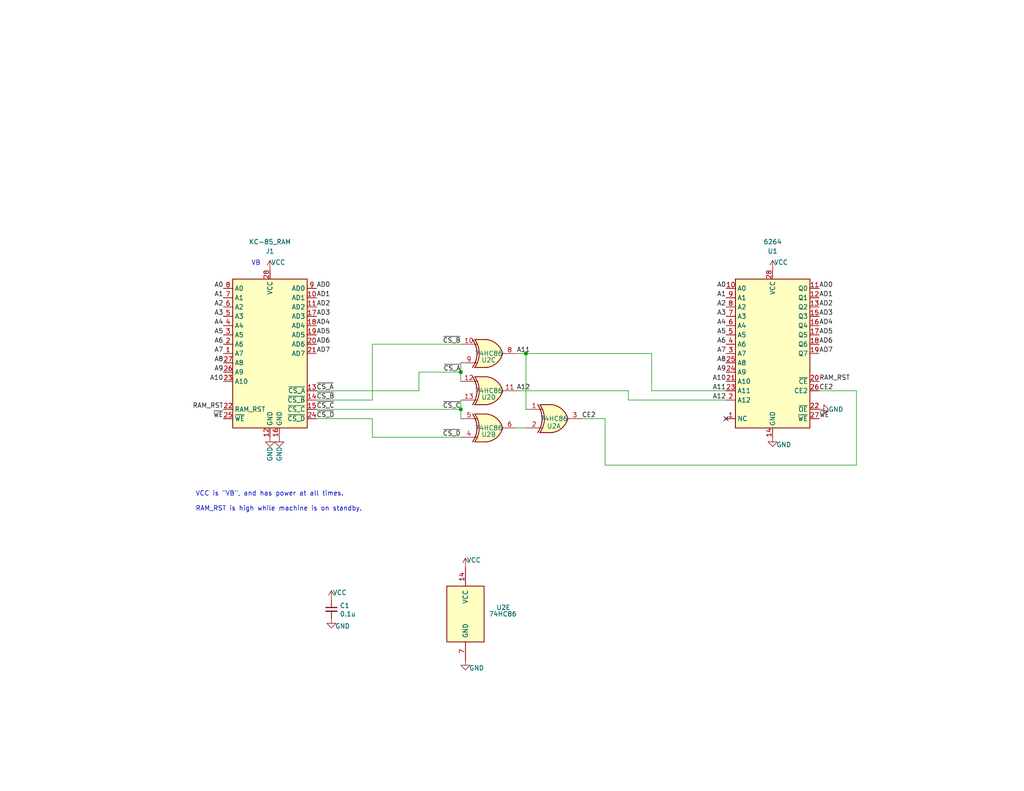
<source format=kicad_sch>
(kicad_sch (version 20211123) (generator eeschema)
  (paper "USLetter")
  (title_block (title "Model T RAM Module") (date "2021-08-19") (rev "006") (company "b.kenyon.w@gmail.com"))
  (lib_symbols
    (symbol "000_LOCAL:6264"
      (property "Reference" "U" (at -10.16 20.955 0))
      (property "Value" "6264" (at 2.54 20.955 0))
      (symbol "6264_0_0"
        (pin power_in line (at 0 -22.86 90) (length 2.54) (name "GND") (number "14"))
        (pin power_in line (at 0 22.86 270) (length 2.54) (name "VCC") (number "28"))
      )
      (symbol "6264_0_1"
        (rectangle (start -10.16 20.32) (end 10.16 -20.32) (stroke (width 0.254)) (fill (type background)))
      )
      (symbol "6264_1_1"
        (pin no_connect line (at -12.7 -17.78 0) (length 2.54) (name "NC") (number "1"))
        (pin input line (at -12.7 17.78 0) (length 2.54) (name "A0") (number "10"))
        (pin tri_state line (at 12.7 17.78 180) (length 2.54) (name "Q0") (number "11"))
        (pin tri_state line (at 12.7 15.24 180) (length 2.54) (name "Q1") (number "12"))
        (pin tri_state line (at 12.7 12.7 180) (length 2.54) (name "Q2") (number "13"))
        (pin tri_state line (at 12.7 10.16 180) (length 2.54) (name "Q3") (number "15"))
        (pin tri_state line (at 12.7 7.62 180) (length 2.54) (name "Q4") (number "16"))
        (pin tri_state line (at 12.7 5.08 180) (length 2.54) (name "Q5") (number "17"))
        (pin tri_state line (at 12.7 2.54 180) (length 2.54) (name "Q6") (number "18"))
        (pin tri_state line (at 12.7 0 180) (length 2.54) (name "Q7") (number "19"))
        (pin input line (at -12.7 -12.7 0) (length 2.54) (name "A12") (number "2"))
        (pin input line (at 12.7 -7.62 180) (length 2.54) (name "~{CE}") (number "20"))
        (pin input line (at -12.7 -7.62 0) (length 2.54) (name "A10") (number "21"))
        (pin input line (at 12.7 -15.24 180) (length 2.54) (name "~{OE}") (number "22"))
        (pin input line (at -12.7 -10.16 0) (length 2.54) (name "A11") (number "23"))
        (pin input line (at -12.7 -5.08 0) (length 2.54) (name "A9") (number "24"))
        (pin input line (at -12.7 -2.54 0) (length 2.54) (name "A8") (number "25"))
        (pin input line (at 12.7 -10.16 180) (length 2.54) (name "CE2") (number "26"))
        (pin input line (at 12.7 -17.78 180) (length 2.54) (name "~{WE}") (number "27"))
        (pin input line (at -12.7 0 0) (length 2.54) (name "A7") (number "3"))
        (pin input line (at -12.7 2.54 0) (length 2.54) (name "A6") (number "4"))
        (pin input line (at -12.7 5.08 0) (length 2.54) (name "A5") (number "5"))
        (pin input line (at -12.7 7.62 0) (length 2.54) (name "A4") (number "6"))
        (pin input line (at -12.7 10.16 0) (length 2.54) (name "A3") (number "7"))
        (pin input line (at -12.7 12.7 0) (length 2.54) (name "A2") (number "8"))
        (pin input line (at -12.7 15.24 0) (length 2.54) (name "A1") (number "9"))
      )
    )
    (symbol "000_LOCAL:74HC86" (pin_names (offset 1.016))
      (property "Reference" "U" (at 0 1.27 0))
      (property "Value" "74HC86" (at 0 -1.27 0))
      (symbol "74HC86_1_0"
        (arc (start -4.4196 -3.81) (mid -3.2033 0) (end -4.4196 3.81) (stroke (width 0.254)))
        (arc (start -3.81 -3.81) (mid -2.589 0) (end -3.81 3.81) (stroke (width 0.254)))
        (arc (start -0.6096 -3.81) (mid 2.1842 -2.5851) (end 3.81 0) (stroke (width 0.254)) (fill (type background)))
        (polyline (pts (xy -3.81 -3.81) (xy -0.635 -3.81)) (stroke (width 0.254)) (fill (type background)))
        (polyline (pts (xy -3.81 3.81) (xy -0.635 3.81)) (stroke (width 0.254)) (fill (type background)))
        (polyline (pts (xy -0.635 3.81) (xy -3.81 3.81) (xy -3.81 3.81) (xy -3.556 3.4036) (xy -3.0226 2.2606) (xy -2.6924 1.0414) (xy -2.6162 -0.254) (xy -2.7686 -1.4986) (xy -3.175 -2.7178) (xy -3.81 -3.81) (xy -3.81 -3.81) (xy -0.635 -3.81)) (stroke (width -25.4)) (fill (type background)))
        (arc (start 3.81 0) (mid 2.1915 2.5936) (end -0.6096 3.81) (stroke (width 0.254)) (fill (type background)))
        (pin input line (at -7.62 2.54 0) (length 4.445) (name "~") (number "1"))
        (pin input line (at -7.62 -2.54 0) (length 4.445) (name "~") (number "2"))
        (pin output line (at 7.62 0 180) (length 3.81) (name "~") (number "3"))
      )
      (symbol "74HC86_1_1"
        (polyline (pts (xy -3.81 -2.54) (xy -3.175 -2.54)) (stroke (width 0.1524)))
        (polyline (pts (xy -3.81 2.54) (xy -3.175 2.54)) (stroke (width 0.1524)))
      )
      (symbol "74HC86_2_0"
        (arc (start -4.4196 -3.81) (mid -3.2033 0) (end -4.4196 3.81) (stroke (width 0.254)))
        (arc (start -3.81 -3.81) (mid -2.589 0) (end -3.81 3.81) (stroke (width 0.254)))
        (arc (start -0.6096 -3.81) (mid 2.1842 -2.5851) (end 3.81 0) (stroke (width 0.254)) (fill (type background)))
        (polyline (pts (xy -3.81 -3.81) (xy -0.635 -3.81)) (stroke (width 0.254)) (fill (type background)))
        (polyline (pts (xy -3.81 3.81) (xy -0.635 3.81)) (stroke (width 0.254)) (fill (type background)))
        (polyline (pts (xy -0.635 3.81) (xy -3.81 3.81) (xy -3.81 3.81) (xy -3.556 3.4036) (xy -3.0226 2.2606) (xy -2.6924 1.0414) (xy -2.6162 -0.254) (xy -2.7686 -1.4986) (xy -3.175 -2.7178) (xy -3.81 -3.81) (xy -3.81 -3.81) (xy -0.635 -3.81)) (stroke (width -25.4)) (fill (type background)))
        (arc (start 3.81 0) (mid 2.1915 2.5936) (end -0.6096 3.81) (stroke (width 0.254)) (fill (type background)))
        (pin input line (at -7.62 2.54 0) (length 4.445) (name "~") (number "4"))
        (pin input line (at -7.62 -2.54 0) (length 4.445) (name "~") (number "5"))
        (pin output line (at 7.62 0 180) (length 3.81) (name "~") (number "6"))
      )
      (symbol "74HC86_2_1"
        (polyline (pts (xy -3.81 -2.54) (xy -3.175 -2.54)) (stroke (width 0.1524)))
        (polyline (pts (xy -3.81 2.54) (xy -3.175 2.54)) (stroke (width 0.1524)))
      )
      (symbol "74HC86_3_0"
        (arc (start -4.4196 -3.81) (mid -3.2033 0) (end -4.4196 3.81) (stroke (width 0.254)))
        (arc (start -3.81 -3.81) (mid -2.589 0) (end -3.81 3.81) (stroke (width 0.254)))
        (arc (start -0.6096 -3.81) (mid 2.1842 -2.5851) (end 3.81 0) (stroke (width 0.254)) (fill (type background)))
        (polyline (pts (xy -3.81 -3.81) (xy -0.635 -3.81)) (stroke (width 0.254)) (fill (type background)))
        (polyline (pts (xy -3.81 3.81) (xy -0.635 3.81)) (stroke (width 0.254)) (fill (type background)))
        (polyline (pts (xy -0.635 3.81) (xy -3.81 3.81) (xy -3.81 3.81) (xy -3.556 3.4036) (xy -3.0226 2.2606) (xy -2.6924 1.0414) (xy -2.6162 -0.254) (xy -2.7686 -1.4986) (xy -3.175 -2.7178) (xy -3.81 -3.81) (xy -3.81 -3.81) (xy -0.635 -3.81)) (stroke (width -25.4)) (fill (type background)))
        (arc (start 3.81 0) (mid 2.1915 2.5936) (end -0.6096 3.81) (stroke (width 0.254)) (fill (type background)))
        (pin input line (at -7.62 -2.54 0) (length 4.445) (name "~") (number "10"))
        (pin output line (at 7.62 0 180) (length 3.81) (name "~") (number "8"))
        (pin input line (at -7.62 2.54 0) (length 4.445) (name "~") (number "9"))
      )
      (symbol "74HC86_3_1"
        (polyline (pts (xy -3.81 -2.54) (xy -3.175 -2.54)) (stroke (width 0.1524)))
        (polyline (pts (xy -3.81 2.54) (xy -3.175 2.54)) (stroke (width 0.1524)))
      )
      (symbol "74HC86_4_0"
        (arc (start -4.4196 -3.81) (mid -3.2033 0) (end -4.4196 3.81) (stroke (width 0.254)))
        (arc (start -3.81 -3.81) (mid -2.589 0) (end -3.81 3.81) (stroke (width 0.254)))
        (arc (start -0.6096 -3.81) (mid 2.1842 -2.5851) (end 3.81 0) (stroke (width 0.254)) (fill (type background)))
        (polyline (pts (xy -3.81 -3.81) (xy -0.635 -3.81)) (stroke (width 0.254)) (fill (type background)))
        (polyline (pts (xy -3.81 3.81) (xy -0.635 3.81)) (stroke (width 0.254)) (fill (type background)))
        (polyline (pts (xy -0.635 3.81) (xy -3.81 3.81) (xy -3.81 3.81) (xy -3.556 3.4036) (xy -3.0226 2.2606) (xy -2.6924 1.0414) (xy -2.6162 -0.254) (xy -2.7686 -1.4986) (xy -3.175 -2.7178) (xy -3.81 -3.81) (xy -3.81 -3.81) (xy -0.635 -3.81)) (stroke (width -25.4)) (fill (type background)))
        (arc (start 3.81 0) (mid 2.1915 2.5936) (end -0.6096 3.81) (stroke (width 0.254)) (fill (type background)))
        (pin output line (at 7.62 0 180) (length 3.81) (name "~") (number "11"))
        (pin input line (at -7.62 2.54 0) (length 4.445) (name "~") (number "12"))
        (pin input line (at -7.62 -2.54 0) (length 4.445) (name "~") (number "13"))
      )
      (symbol "74HC86_4_1"
        (polyline (pts (xy -3.81 -2.54) (xy -3.175 -2.54)) (stroke (width 0.1524)))
        (polyline (pts (xy -3.81 2.54) (xy -3.175 2.54)) (stroke (width 0.1524)))
      )
      (symbol "74HC86_5_0"
        (pin power_in line (at 0 12.7 270) (length 5.08) (name "VCC") (number "14"))
        (pin power_in line (at 0 -12.7 90) (length 5.08) (name "GND") (number "7"))
      )
      (symbol "74HC86_5_1"
        (rectangle (start -5.08 7.62) (end 5.08 -7.62) (stroke (width 0.254)) (fill (type background)))
      )
    )
    (symbol "000_LOCAL:C" (pin_numbers hide) (pin_names (offset 0.254) hide)
      (property "Reference" "C" (at 0.254 1.778 0))
      (property "Value" "C" (at 0.254 -2.032 0))
      (symbol "C_0_1"
        (polyline (pts (xy -1.524 -0.508) (xy 1.524 -0.508)) (stroke (width 0.3302)))
        (polyline (pts (xy -1.524 0.508) (xy 1.524 0.508)) (stroke (width 0.3048)))
      )
      (symbol "C_1_1"
        (pin passive line (at 0 2.54 270) (length 2.032) (name "~") (number "1"))
        (pin passive line (at 0 -2.54 90) (length 2.032) (name "~") (number "2"))
      )
    )
    (symbol "000_LOCAL:KC-85_RAM"
      (property "Reference" "U" (at -10.16 20.955 0))
      (property "Value" "KC-85_RAM" (at 2.54 20.955 0))
      (symbol "KC-85_RAM_0_0"
        (pin power_in line (at 0 -22.86 90) (length 2.54) (name "GND") (number "12"))
        (pin power_in line (at 0 22.86 270) (length 2.54) (name "VCC") (number "28"))
      )
      (symbol "KC-85_RAM_0_1"
        (rectangle (start -10.16 20.32) (end 10.16 -20.32) (stroke (width 0.254)) (fill (type background)))
      )
      (symbol "KC-85_RAM_1_1"
        (pin input line (at -12.7 0 0) (length 2.54) (name "A7") (number "1"))
        (pin tri_state line (at 12.7 15.24 180) (length 2.54) (name "AD1") (number "10"))
        (pin tri_state line (at 12.7 12.7 180) (length 2.54) (name "AD2") (number "11"))
        (pin input line (at 12.7 -10.16 180) (length 2.54) (name "~{CS_A}") (number "13"))
        (pin input line (at 12.7 -12.7 180) (length 2.54) (name "~{CS_B}") (number "14"))
        (pin input line (at 12.7 -15.24 180) (length 2.54) (name "~{CS_C}") (number "15"))
        (pin power_in line (at 2.54 -22.86 90) (length 2.54) (name "GND") (number "16"))
        (pin tri_state line (at 12.7 10.16 180) (length 2.54) (name "AD3") (number "17"))
        (pin tri_state line (at 12.7 7.62 180) (length 2.54) (name "AD4") (number "18"))
        (pin tri_state line (at 12.7 5.08 180) (length 2.54) (name "AD5") (number "19"))
        (pin input line (at -12.7 2.54 0) (length 2.54) (name "A6") (number "2"))
        (pin tri_state line (at 12.7 2.54 180) (length 2.54) (name "AD6") (number "20"))
        (pin tri_state line (at 12.7 0 180) (length 2.54) (name "AD7") (number "21"))
        (pin input line (at -12.7 -15.24 0) (length 2.54) (name "RAM_RST") (number "22"))
        (pin input line (at -12.7 -7.62 0) (length 2.54) (name "A10") (number "23"))
        (pin input line (at 12.7 -17.78 180) (length 2.54) (name "~{CS_D}") (number "24"))
        (pin input line (at -12.7 -17.78 0) (length 2.54) (name "~{WE}") (number "25"))
        (pin input line (at -12.7 -5.08 0) (length 2.54) (name "A9") (number "26"))
        (pin input line (at -12.7 -2.54 0) (length 2.54) (name "A8") (number "27"))
        (pin input line (at -12.7 5.08 0) (length 2.54) (name "A5") (number "3"))
        (pin input line (at -12.7 7.62 0) (length 2.54) (name "A4") (number "4"))
        (pin input line (at -12.7 10.16 0) (length 2.54) (name "A3") (number "5"))
        (pin input line (at -12.7 12.7 0) (length 2.54) (name "A2") (number "6"))
        (pin input line (at -12.7 15.24 0) (length 2.54) (name "A1") (number "7"))
        (pin input line (at -12.7 17.78 0) (length 2.54) (name "A0") (number "8"))
        (pin tri_state line (at 12.7 17.78 180) (length 2.54) (name "AD0") (number "9"))
      )
    )
    (symbol "power:GND" (power) (pin_names (offset 0))
      (property "Value" "GND" (at 0 -3.81 0))
      (symbol "GND_0_1"
        (polyline (pts (xy 0 0) (xy 0 -1.27) (xy 1.27 -1.27) (xy 0 -2.54) (xy -1.27 -1.27) (xy 0 -1.27)))
      )
      (symbol "GND_1_1"
        (pin power_in line (at 0 0 270) (length 0) hide (name "GND") (number "1"))
      )
    )
    (symbol "power:VCC" (power) (pin_names (offset 0))
      (property "Value" "VCC" (at 0 3.81 0))
      (symbol "VCC_0_1"
        (polyline (pts (xy -0.762 1.27) (xy 0 2.54)))
        (polyline (pts (xy 0 0) (xy 0 2.54)))
        (polyline (pts (xy 0 2.54) (xy 0.762 1.27)))
      )
      (symbol "VCC_1_1"
        (pin power_in line (at 0 0 90) (length 0) hide (name "VCC") (number "1"))
      )
    )
  )
  (junction (at 143.51 96.52))
  (junction (at 125.73 111.76))
  (junction (at 125.73 101.6))
  (no_connect (at 198.12 114.3))
  (wire (pts (xy 114.3 106.68) (xy 114.3 101.6)))
  (wire (pts (xy 125.73 101.6) (xy 125.73 104.14)))
  (wire (pts (xy 165.1 127) (xy 233.68 127)))
  (wire (pts (xy 177.8 96.52) (xy 143.51 96.52)))
  (wire (pts (xy 198.12 106.68) (xy 177.8 106.68)))
  (wire (pts (xy 158.75 114.3) (xy 165.1 114.3)))
  (wire (pts (xy 114.3 101.6) (xy 125.73 101.6)))
  (wire (pts (xy 198.12 109.22) (xy 171.45 109.22)))
  (wire (pts (xy 171.45 106.68) (xy 140.97 106.68)))
  (wire (pts (xy 101.6 114.3) (xy 101.6 119.38)))
  (wire (pts (xy 233.68 106.68) (xy 223.52 106.68)))
  (wire (pts (xy 125.73 109.22) (xy 125.73 111.76)))
  (wire (pts (xy 171.45 109.22) (xy 171.45 106.68)))
  (wire (pts (xy 86.36 106.68) (xy 114.3 106.68)))
  (wire (pts (xy 101.6 93.98) (xy 125.73 93.98)))
  (wire (pts (xy 140.97 96.52) (xy 143.51 96.52)))
  (wire (pts (xy 86.36 111.76) (xy 125.73 111.76)))
  (wire (pts (xy 125.73 119.38) (xy 101.6 119.38)))
  (wire (pts (xy 86.36 109.22) (xy 101.6 109.22)))
  (wire (pts (xy 165.1 114.3) (xy 165.1 127)))
  (wire (pts (xy 143.51 111.76) (xy 143.51 96.52)))
  (wire (pts (xy 86.36 114.3) (xy 101.6 114.3)))
  (wire (pts (xy 101.6 109.22) (xy 101.6 93.98)))
  (wire (pts (xy 177.8 106.68) (xy 177.8 96.52)))
  (wire (pts (xy 125.73 111.76) (xy 125.73 114.3)))
  (wire (pts (xy 143.51 116.84) (xy 140.97 116.84)))
  (wire (pts (xy 233.68 127) (xy 233.68 106.68)))
  (wire (pts (xy 125.73 99.06) (xy 125.73 101.6)))
  (text "VCC is \"VB\", and has power at all times.\n\nRAM_RST is high while machine is on standby." (at 53.34 139.7 0) (effects (font (size 1.27 1.27)) (justify left bottom)))
  (text "VB" (at 71.12 72.644 180) (effects (font (size 1.27 1.27)) (justify right bottom)))
  (label "A1" (at 60.96 81.28 180))
  (label "AD6" (at 223.52 93.98 0))
  (label "~{WE}" (at 223.52 114.3 0))
  (label "~{CS_C}" (at 86.36 111.76 0))
  (label "A4" (at 198.12 88.9 180))
  (label "~{CS_D}" (at 125.73 119.38 180))
  (label "A6" (at 198.12 93.98 180))
  (label "~{CS_A}" (at 125.73 101.6 180))
  (label "~{CS_B}" (at 86.36 109.22 0))
  (label "~{CS_A}" (at 86.36 106.68 0))
  (label "A9" (at 60.96 101.6 180))
  (label "A12" (at 140.97 106.68 0))
  (label "A4" (at 60.96 88.9 180))
  (label "AD6" (at 86.36 93.98 0))
  (label "A7" (at 60.96 96.52 180))
  (label "AD3" (at 86.36 86.36 0))
  (label "AD2" (at 86.36 83.82 0))
  (label "A0" (at 60.96 78.74 180))
  (label "A3" (at 60.96 86.36 180))
  (label "A11" (at 140.97 96.52 0))
  (label "A1" (at 198.12 81.28 180))
  (label "CE2" (at 158.75 114.3 0))
  (label "A8" (at 198.12 99.06 180))
  (label "A0" (at 198.12 78.74 180))
  (label "A2" (at 198.12 83.82 180))
  (label "~{CS_B}" (at 125.73 93.98 180))
  (label "AD0" (at 223.52 78.74 0))
  (label "AD4" (at 86.36 88.9 0))
  (label "A3" (at 198.12 86.36 180))
  (label "A9" (at 198.12 101.6 180))
  (label "~{CS_D}" (at 86.36 114.3 0))
  (label "AD2" (at 223.52 83.82 0))
  (label "AD5" (at 223.52 91.44 0))
  (label "A7" (at 198.12 96.52 180))
  (label "AD1" (at 223.52 81.28 0))
  (label "A12" (at 198.12 109.22 180))
  (label "A8" (at 60.96 99.06 180))
  (label "A10" (at 60.96 104.14 180))
  (label "A10" (at 198.12 104.14 180))
  (label "A11" (at 198.12 106.68 180))
  (label "RAM_RST" (at 60.96 111.76 180))
  (label "A5" (at 60.96 91.44 180))
  (label "AD7" (at 223.52 96.52 0))
  (label "AD7" (at 86.36 96.52 0))
  (label "AD1" (at 86.36 81.28 0))
  (label "A5" (at 198.12 91.44 180))
  (label "CE2" (at 223.52 106.68 0))
  (label "AD3" (at 223.52 86.36 0))
  (label "AD4" (at 223.52 88.9 0))
  (label "~{CS_C}" (at 125.73 111.76 180))
  (label "AD0" (at 86.36 78.74 0))
  (label "~{WE}" (at 60.96 114.3 180))
  (label "A6" (at 60.96 93.98 180))
  (label "A2" (at 60.96 83.82 180))
  (label "AD5" (at 86.36 91.44 0))
  (label "RAM_RST" (at 223.52 104.14 0))
  (symbol (lib_id "000_LOCAL:KC-85_RAM") (at 73.66 96.52 0) (unit 1)
    (property "Reference" "J1" (at 73.66 68.58 0))
    (property "Value" "KC-85_RAM" (at 73.66 66.04 0))
    (property "Footprint" "000_LOCAL:DIP28_725mils_pcb_pins" (effects hide))
  )
  (symbol (lib_id "000_LOCAL:6264") (at 210.82 96.52 0) (unit 1)
    (property "Reference" "U1" (at 210.82 68.58 0))
    (property "Value" "6264" (at 210.82 66.04 0))
    (property "Footprint" "000_LOCAL:SSOP-28" (effects hide))
    (property "Datasheet" "https://www.futurlec.com/Datasheet/Memory/62256.pdf" (effects hide))
  )
  (symbol (lib_id "power:GND") (at 210.82 119.38 0) (unit 1)
    (property "Reference" "#PWR0101" (effects hide))
    (property "Value" "GND" (at 213.868 121.412 0))
  )
  (symbol (lib_id "power:GND") (at 73.66 119.38 0) (unit 1)
    (property "Reference" "#PWR0102" (effects hide))
    (property "Value" "GND" (at 73.66 123.952 90))
  )
  (symbol (lib_id "power:VCC") (at 210.82 73.66 0) (unit 1)
    (property "Reference" "#PWR0103" (effects hide))
    (property "Value" "VCC" (at 213.106 71.628 0))
  )
  (symbol (lib_id "power:VCC") (at 73.66 73.66 0) (unit 1)
    (property "Reference" "#PWR0104" (effects hide))
    (property "Value" "VCC" (at 75.946 71.628 0))
  )
  (symbol (lib_id "000_LOCAL:74HC86") (at 151.13 114.3 0) (unit 1)
    (property "Reference" "U2" (at 151.13 116.332 0))
    (property "Value" "74HC86" (at 151.13 114.3 0))
    (property "Footprint" "000_LOCAL:SOIC-14_4x9" (effects hide))
    (property "Datasheet" "http://www.ti.com/lit/gpn/sn74HC86" (effects hide))
  )
  (symbol (lib_id "000_LOCAL:74HC86") (at 133.35 116.84 0) (mirror x) (unit 2)
    (property "Reference" "U2" (at 133.35 118.618 0))
    (property "Value" "74HC86" (at 133.35 116.84 0))
    (property "Footprint" "000_LOCAL:SOIC-14_4x9" (effects hide))
    (property "Datasheet" "http://www.ti.com/lit/gpn/sn74HC86" (effects hide))
  )
  (symbol (lib_id "000_LOCAL:74HC86") (at 133.35 96.52 0) (mirror x) (unit 3)
    (property "Reference" "U2" (at 133.35 98.298 0))
    (property "Value" "74HC86" (at 133.35 96.52 0))
    (property "Footprint" "000_LOCAL:SOIC-14_4x9" (effects hide))
    (property "Datasheet" "http://www.ti.com/lit/gpn/sn74HC86" (effects hide))
  )
  (symbol (lib_id "000_LOCAL:74HC86") (at 133.35 106.68 0) (unit 4)
    (property "Reference" "U2" (at 133.35 108.458 0))
    (property "Value" "74HC86" (at 133.35 106.68 0))
    (property "Footprint" "000_LOCAL:SOIC-14_4x9" (effects hide))
    (property "Datasheet" "http://www.ti.com/lit/gpn/sn74HC86" (effects hide))
  )
  (symbol (lib_id "000_LOCAL:74HC86") (at 127 167.64 0) (unit 5)
    (property "Reference" "U2" (at 135.382 165.862 0) (effects (justify left)))
    (property "Value" "74HC86" (at 133.35 167.64 0) (effects (justify left)))
    (property "Footprint" "000_LOCAL:SOIC-14_4x9" (effects hide))
    (property "Datasheet" "http://www.ti.com/lit/gpn/sn74HC86" (effects hide))
  )
  (symbol (lib_id "power:VCC") (at 127 154.94 0) (unit 1)
    (property "Reference" "#PWR0105" (effects hide))
    (property "Value" "VCC" (at 129.286 152.908 0))
  )
  (symbol (lib_id "power:GND") (at 127 180.34 0) (unit 1)
    (property "Reference" "#PWR0106" (effects hide))
    (property "Value" "GND" (at 130.048 182.372 0))
  )
  (symbol (lib_id "power:GND") (at 223.52 111.76 90) (unit 1)
    (property "Reference" "#PWR0107" (effects hide))
    (property "Value" "GND" (at 228.092 111.76 90))
  )
  (symbol (lib_id "power:GND") (at 76.2 119.38 0) (unit 1)
    (property "Reference" "#PWR0108" (effects hide))
    (property "Value" "GND" (at 76.2 123.952 90))
  )
  (symbol (lib_id "000_LOCAL:C") (at 90.424 166.37 0) (unit 1)
    (property "Reference" "C1" (at 92.71 165.354 0) (effects (justify left)))
    (property "Value" "0.1u" (at 92.71 167.64 0) (effects (justify left)))
    (property "Footprint" "000_LOCAL:C_0805" (effects hide))
  )
  (symbol (lib_id "power:VCC") (at 90.424 163.83 0) (unit 1)
    (property "Reference" "#PWR0111" (effects hide))
    (property "Value" "VCC" (at 92.71 161.798 0))
  )
  (symbol (lib_id "power:GND") (at 90.424 168.91 0) (unit 1)
    (property "Reference" "#PWR0112" (effects hide))
    (property "Value" "GND" (at 93.472 170.942 0))
  )
)
</source>
